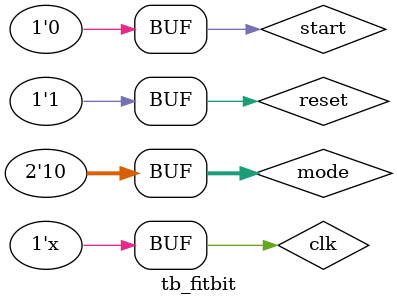
<source format=v>
`timescale 1ns / 1ps


module tb_fitbit();
reg [1:0] mode;
reg reset;
reg start;
reg clk;
wire sat;
wire an0;
wire an1;
wire an2;
wire an3;
wire dp;
wire [6:0] sseg;
wire clkout;

    fitbit u1 (
    .mode(mode),
    .reset(reset),
    .start(start),
     .clk(clk),
    .sat(sat), 
    .an0(an0),
    .an1(an1), 
    .an2(an2),
    .an3(an3), 
    .dp(dp),
    .sseg(sseg),
    .clkout(clkout)
    );
    
    initial begin
    mode = 2'b10;
    reset = 0;
    start = 0;
    clk = 0;
    #50
    start = 1;
    #500000000
    start = 0;
    reset = 1;
    #100
    reset = 0;
    start = 1;
    #400000000
    start = 0;
    reset = 1;
    end
    
    always #1 clk = ~clk;
    
endmodule

</source>
